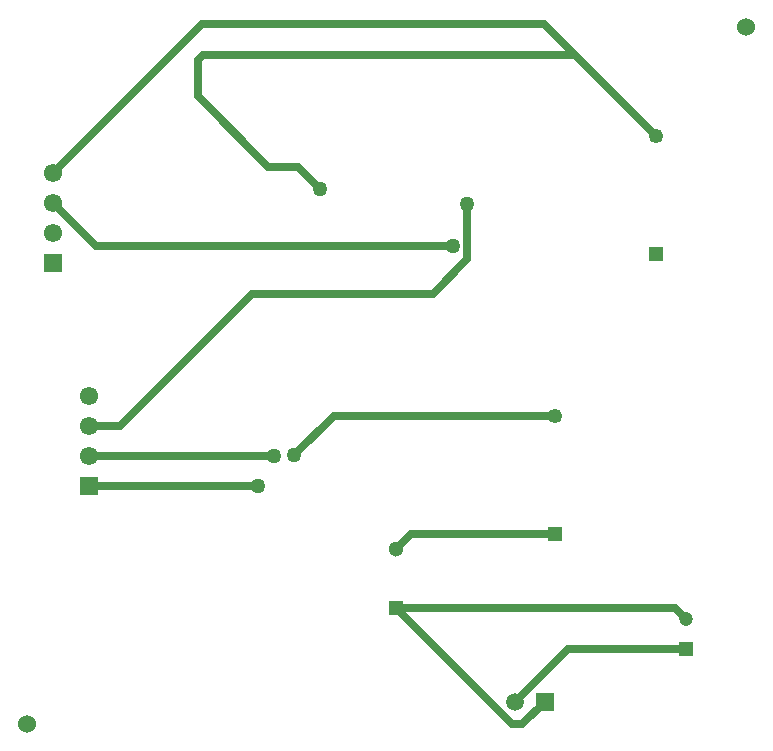
<source format=gbr>
G04*
G04 #@! TF.GenerationSoftware,Altium Limited,Altium Designer,22.4.2 (48)*
G04*
G04 Layer_Physical_Order=2*
G04 Layer_Color=16711680*
%FSLAX25Y25*%
%MOIN*%
G70*
G04*
G04 #@! TF.SameCoordinates,897C8E4D-7720-40B5-A877-0FB78C4BABC8*
G04*
G04*
G04 #@! TF.FilePolarity,Positive*
G04*
G01*
G75*
%ADD20C,0.05118*%
%ADD21R,0.05118X0.05118*%
%ADD23C,0.04921*%
%ADD24R,0.04921X0.04921*%
%ADD25C,0.04724*%
%ADD26R,0.04724X0.04724*%
%ADD32C,0.02756*%
%ADD33C,0.06000*%
%ADD34R,0.05906X0.05906*%
%ADD35C,0.05906*%
%ADD36R,0.06102X0.06102*%
%ADD37C,0.06102*%
%ADD38C,0.05000*%
D20*
X439000Y343343D02*
D03*
D21*
Y323657D02*
D03*
D23*
X492000Y387685D02*
D03*
X525626Y480965D02*
D03*
D24*
X492000Y348315D02*
D03*
X525626Y441595D02*
D03*
D25*
X535500Y320000D02*
D03*
D26*
Y310158D02*
D03*
D32*
X406093Y470807D02*
X413400Y463500D01*
X372797Y494203D02*
X396193Y470807D01*
X372797Y494203D02*
Y506386D01*
X396193Y470807D02*
X406093D01*
X372797Y506386D02*
X374412Y508000D01*
X498591D01*
X525626Y480965D01*
X488091Y518500D02*
X498591Y508000D01*
X324626Y468780D02*
X374346Y518500D01*
X488091D01*
X481000Y285000D02*
X488500Y292500D01*
X477657Y285000D02*
X481000D01*
X439000Y323657D02*
X477657Y285000D01*
X478500Y292500D02*
X496158Y310158D01*
X535500D01*
X443972Y348315D02*
X492000D01*
X439000Y343343D02*
X443972Y348315D01*
X338906Y444500D02*
X457700D01*
X324626Y458780D02*
X338906Y444500D01*
X336500Y384500D02*
X346700D01*
X390700Y428500D01*
X451100D01*
X462600Y440000D01*
Y458500D01*
X418085Y387685D02*
X492000D01*
X405000Y374600D02*
X418085Y387685D01*
X531843Y323657D02*
X535500Y320000D01*
X439000Y323657D02*
X531843D01*
X336500Y364500D02*
X392900D01*
X336500Y374500D02*
X398100D01*
D33*
X555500Y517500D02*
D03*
X316000Y285000D02*
D03*
D34*
X488500Y292500D02*
D03*
D35*
X478500D02*
D03*
D36*
X336500Y364500D02*
D03*
X324626Y438780D02*
D03*
D37*
X336500Y374500D02*
D03*
Y384500D02*
D03*
Y394500D02*
D03*
X324626Y448780D02*
D03*
Y458780D02*
D03*
Y468780D02*
D03*
D38*
X413400Y463500D02*
D03*
X457700Y444500D02*
D03*
X462600Y458500D02*
D03*
X405000Y374600D02*
D03*
X392900Y364500D02*
D03*
X398100Y374500D02*
D03*
M02*

</source>
